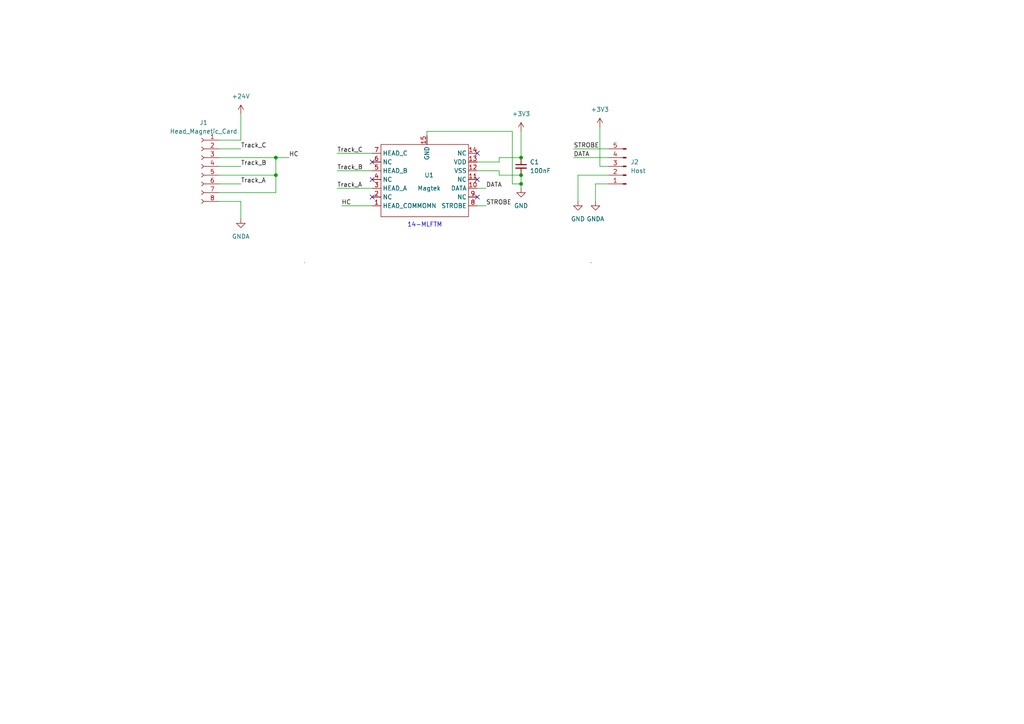
<source format=kicad_sch>
(kicad_sch (version 20211123) (generator eeschema)
  (paper "A4")
  (lib_symbols
    (symbol "Connector:Conn_01x05_Male" (pin_names (offset 1.016) hide)
      (property "Reference" "J" (at 0 7.62 0))
      (property "Value" "Conn_01x05_Male" (at 0 -7.62 0))
      (symbol "Conn_01x05_Male_1_1"
        (polyline (pts (xy 1.27 -5.08) (xy 0.8636 -5.08)) (stroke (width 0.1524)))
        (polyline (pts (xy 1.27 -2.54) (xy 0.8636 -2.54)) (stroke (width 0.1524)))
        (polyline (pts (xy 1.27 0) (xy 0.8636 0)) (stroke (width 0.1524)))
        (polyline (pts (xy 1.27 2.54) (xy 0.8636 2.54)) (stroke (width 0.1524)))
        (polyline (pts (xy 1.27 5.08) (xy 0.8636 5.08)) (stroke (width 0.1524)))
        (rectangle (start 0.8636 -4.953) (end 0 -5.207) (stroke (width 0.1524)) (fill (type outline)))
        (rectangle (start 0.8636 -2.413) (end 0 -2.667) (stroke (width 0.1524)) (fill (type outline)))
        (rectangle (start 0.8636 0.127) (end 0 -0.127) (stroke (width 0.1524)) (fill (type outline)))
        (rectangle (start 0.8636 2.667) (end 0 2.413) (stroke (width 0.1524)) (fill (type outline)))
        (rectangle (start 0.8636 5.207) (end 0 4.953) (stroke (width 0.1524)) (fill (type outline)))
        (pin passive line (at 5.08 5.08 180) (length 3.81) (name "Pin_1") (number "1"))
        (pin passive line (at 5.08 2.54 180) (length 3.81) (name "Pin_2") (number "2"))
        (pin passive line (at 5.08 0 180) (length 3.81) (name "Pin_3") (number "3"))
        (pin passive line (at 5.08 -2.54 180) (length 3.81) (name "Pin_4") (number "4"))
        (pin passive line (at 5.08 -5.08 180) (length 3.81) (name "Pin_5") (number "5"))
      )
    )
    (symbol "Connector:Conn_01x08_Female" (pin_names (offset 1.016) hide)
      (property "Reference" "J" (at 0 10.16 0))
      (property "Value" "Conn_01x08_Female" (at 0 -12.7 0))
      (symbol "Conn_01x08_Female_1_1"
        (arc (start 0 -9.652) (mid -0.508 -10.16) (end 0 -10.668) (stroke (width 0.1524)))
        (arc (start 0 -7.112) (mid -0.508 -7.62) (end 0 -8.128) (stroke (width 0.1524)))
        (arc (start 0 -4.572) (mid -0.508 -5.08) (end 0 -5.588) (stroke (width 0.1524)))
        (arc (start 0 -2.032) (mid -0.508 -2.54) (end 0 -3.048) (stroke (width 0.1524)))
        (polyline (pts (xy -1.27 -10.16) (xy -0.508 -10.16)) (stroke (width 0.1524)))
        (polyline (pts (xy -1.27 -7.62) (xy -0.508 -7.62)) (stroke (width 0.1524)))
        (polyline (pts (xy -1.27 -5.08) (xy -0.508 -5.08)) (stroke (width 0.1524)))
        (polyline (pts (xy -1.27 -2.54) (xy -0.508 -2.54)) (stroke (width 0.1524)))
        (polyline (pts (xy -1.27 0) (xy -0.508 0)) (stroke (width 0.1524)))
        (polyline (pts (xy -1.27 2.54) (xy -0.508 2.54)) (stroke (width 0.1524)))
        (polyline (pts (xy -1.27 5.08) (xy -0.508 5.08)) (stroke (width 0.1524)))
        (polyline (pts (xy -1.27 7.62) (xy -0.508 7.62)) (stroke (width 0.1524)))
        (arc (start 0 0.508) (mid -0.508 0) (end 0 -0.508) (stroke (width 0.1524)))
        (arc (start 0 3.048) (mid -0.508 2.54) (end 0 2.032) (stroke (width 0.1524)))
        (arc (start 0 5.588) (mid -0.508 5.08) (end 0 4.572) (stroke (width 0.1524)))
        (arc (start 0 8.128) (mid -0.508 7.62) (end 0 7.112) (stroke (width 0.1524)))
        (pin passive line (at -5.08 7.62 0) (length 3.81) (name "Pin_1") (number "1"))
        (pin passive line (at -5.08 5.08 0) (length 3.81) (name "Pin_2") (number "2"))
        (pin passive line (at -5.08 2.54 0) (length 3.81) (name "Pin_3") (number "3"))
        (pin passive line (at -5.08 0 0) (length 3.81) (name "Pin_4") (number "4"))
        (pin passive line (at -5.08 -2.54 0) (length 3.81) (name "Pin_5") (number "5"))
        (pin passive line (at -5.08 -5.08 0) (length 3.81) (name "Pin_6") (number "6"))
        (pin passive line (at -5.08 -7.62 0) (length 3.81) (name "Pin_7") (number "7"))
        (pin passive line (at -5.08 -10.16 0) (length 3.81) (name "Pin_8") (number "8"))
      )
    )
    (symbol "Device:C_Small" (pin_numbers hide) (pin_names (offset 0.254) hide)
      (property "Reference" "C" (at 0.254 1.778 0))
      (property "Value" "C_Small" (at 0.254 -2.032 0))
      (symbol "C_Small_0_1"
        (polyline (pts (xy -1.524 -0.508) (xy 1.524 -0.508)) (stroke (width 0.3302)))
        (polyline (pts (xy -1.524 0.508) (xy 1.524 0.508)) (stroke (width 0.3048)))
      )
      (symbol "C_Small_1_1"
        (pin passive line (at 0 2.54 270) (length 2.032) (name "~") (number "1"))
        (pin passive line (at 0 -2.54 90) (length 2.032) (name "~") (number "2"))
      )
    )
    (symbol "MB_Jon:Magtek"
      (property "Reference" "U" (at 0 -10.795 0))
      (property "Value" "Magtek" (at 0.635 -7.62 0))
      (symbol "Magtek_0_0"
        (rectangle (start -37.465 16.51) (end -37.465 16.51))
        (rectangle (start -37.465 16.51) (end -37.465 16.51))
        (rectangle (start -37.465 16.51) (end -37.465 16.51))
        (rectangle (start -37.465 16.51) (end -37.465 16.51))
        (polyline (pts (xy -37.465 16.51) (xy -37.465 16.51)) (fill (type outline)))
      )
      (symbol "Magtek_0_1"
        (rectangle (start -15.24 3.175) (end 10.16 -17.78))
        (rectangle (start 45.72 16.51) (end 45.72 16.51))
        (rectangle (start 45.72 16.51) (end 45.72 16.51))
        (rectangle (start 45.72 16.51) (end 45.72 16.51))
        (rectangle (start 45.72 16.51) (end 45.72 16.51))
        (rectangle (start 45.72 16.51) (end 45.72 16.51))
      )
      (symbol "Magtek_1_1"
        (pin input line (at -17.78 0 0) (length 2.54) (name "HEAD_COMMOMN") (number "1"))
        (pin input line (at 12.7 -5.08 180) (length 2.54) (name "DATA") (number "10"))
        (pin input line (at 12.7 -7.62 180) (length 2.54) (name "NC") (number "11"))
        (pin input line (at 12.7 -10.16 180) (length 2.54) (name "VSS") (number "12"))
        (pin input line (at 12.7 -12.7 180) (length 2.54) (name "VDD") (number "13"))
        (pin input line (at 12.7 -15.24 180) (length 2.54) (name "NC") (number "14"))
        (pin input line (at -1.905 -20.32 90) (length 2.54) (name "GND") (number "15"))
        (pin input line (at -17.78 -2.54 0) (length 2.54) (name "NC") (number "2"))
        (pin input line (at -17.78 -5.08 0) (length 2.54) (name "HEAD_A") (number "3"))
        (pin input line (at -17.78 -7.62 0) (length 2.54) (name "NC") (number "4"))
        (pin input line (at -17.78 -10.16 0) (length 2.54) (name "HEAD_B") (number "5"))
        (pin input line (at -17.78 -12.7 0) (length 2.54) (name "NC") (number "6"))
        (pin input line (at -17.78 -15.24 0) (length 2.54) (name "HEAD_C") (number "7"))
        (pin input line (at 12.7 0 180) (length 2.54) (name "STROBE") (number "8"))
        (pin input line (at 12.7 -2.54 180) (length 2.54) (name "NC") (number "9"))
      )
    )
    (symbol "power:+24V" (power) (pin_names (offset 0))
      (property "Value" "+24V" (at 0 3.556 0))
      (symbol "+24V_0_1"
        (polyline (pts (xy -0.762 1.27) (xy 0 2.54)))
        (polyline (pts (xy 0 0) (xy 0 2.54)))
        (polyline (pts (xy 0 2.54) (xy 0.762 1.27)))
      )
      (symbol "+24V_1_1"
        (pin power_in line (at 0 0 90) (length 0) hide (name "+24V") (number "1"))
      )
    )
    (symbol "power:+3V3" (power) (pin_names (offset 0))
      (property "Value" "+3V3" (at 0 3.556 0))
      (symbol "+3V3_0_1"
        (polyline (pts (xy -0.762 1.27) (xy 0 2.54)))
        (polyline (pts (xy 0 0) (xy 0 2.54)))
        (polyline (pts (xy 0 2.54) (xy 0.762 1.27)))
      )
      (symbol "+3V3_1_1"
        (pin power_in line (at 0 0 90) (length 0) hide (name "+3V3") (number "1"))
      )
    )
    (symbol "power:GND" (power) (pin_names (offset 0))
      (property "Value" "GND" (at 0 -3.81 0))
      (symbol "GND_0_1"
        (polyline (pts (xy 0 0) (xy 0 -1.27) (xy 1.27 -1.27) (xy 0 -2.54) (xy -1.27 -1.27) (xy 0 -1.27)))
      )
      (symbol "GND_1_1"
        (pin power_in line (at 0 0 270) (length 0) hide (name "GND") (number "1"))
      )
    )
    (symbol "power:GNDA" (power) (pin_names (offset 0))
      (property "Value" "GNDA" (at 0 -3.81 0))
      (symbol "GNDA_0_1"
        (polyline (pts (xy 0 0) (xy 0 -1.27) (xy 1.27 -1.27) (xy 0 -2.54) (xy -1.27 -1.27) (xy 0 -1.27)))
      )
      (symbol "GNDA_1_1"
        (pin power_in line (at 0 0 270) (length 0) hide (name "GNDA") (number "1"))
      )
    )
  )
  (junction (at 80.01 45.72))
  (junction (at 80.01 50.8))
  (junction (at 151.13 50.8))
  (junction (at 151.13 45.72))
  (junction (at 151.13 53.34))
  (no_connect (at 107.95 57.15))
  (no_connect (at 107.95 52.07))
  (no_connect (at 107.95 46.99))
  (no_connect (at 138.43 52.07))
  (no_connect (at 138.43 44.45))
  (no_connect (at 138.43 57.15))
  (wire (pts (xy 138.43 54.61) (xy 140.97 54.61)))
  (wire (pts (xy 172.72 53.34) (xy 176.53 53.34)))
  (wire (pts (xy 172.72 58.42) (xy 172.72 53.34)))
  (wire (pts (xy 151.13 53.34) (xy 151.13 54.61)))
  (wire (pts (xy 166.37 43.18) (xy 176.53 43.18)))
  (wire (pts (xy 63.5 43.18) (xy 69.85 43.18)))
  (wire (pts (xy 151.13 38.1) (xy 151.13 45.72)))
  (wire (pts (xy 97.79 49.53) (xy 107.95 49.53)))
  (wire (pts (xy 99.06 59.69) (xy 107.95 59.69)))
  (wire (pts (xy 144.78 50.8) (xy 151.13 50.8)))
  (wire (pts (xy 63.5 48.26) (xy 69.85 48.26)))
  (wire (pts (xy 167.64 50.8) (xy 176.53 50.8)))
  (wire (pts (xy 69.85 33.02) (xy 69.85 40.64)))
  (wire (pts (xy 123.825 39.37) (xy 123.825 38.1)))
  (wire (pts (xy 80.01 50.8) (xy 80.01 55.88)))
  (wire (pts (xy 176.53 48.26) (xy 173.99 48.26)))
  (wire (pts (xy 63.5 53.34) (xy 69.85 53.34)))
  (wire (pts (xy 97.79 44.45) (xy 107.95 44.45)))
  (wire (pts (xy 63.5 50.8) (xy 80.01 50.8)))
  (wire (pts (xy 80.01 45.72) (xy 83.82 45.72)))
  (wire (pts (xy 144.78 46.99) (xy 144.78 45.72)))
  (wire (pts (xy 138.43 46.99) (xy 144.78 46.99)))
  (wire (pts (xy 138.43 59.69) (xy 140.97 59.69)))
  (wire (pts (xy 97.79 54.61) (xy 107.95 54.61)))
  (wire (pts (xy 148.59 53.34) (xy 151.13 53.34)))
  (wire (pts (xy 151.13 50.8) (xy 151.13 53.34)))
  (wire (pts (xy 63.5 55.88) (xy 80.01 55.88)))
  (wire (pts (xy 144.78 45.72) (xy 151.13 45.72)))
  (wire (pts (xy 63.5 40.64) (xy 69.85 40.64)))
  (wire (pts (xy 166.37 45.72) (xy 176.53 45.72)))
  (wire (pts (xy 63.5 58.42) (xy 69.85 58.42)))
  (wire (pts (xy 144.78 49.53) (xy 144.78 50.8)))
  (wire (pts (xy 148.59 38.1) (xy 148.59 53.34)))
  (wire (pts (xy 173.99 36.83) (xy 173.99 48.26)))
  (wire (pts (xy 138.43 49.53) (xy 144.78 49.53)))
  (wire (pts (xy 123.825 38.1) (xy 148.59 38.1)))
  (wire (pts (xy 167.64 58.42) (xy 167.64 50.8)))
  (wire (pts (xy 63.5 45.72) (xy 80.01 45.72)))
  (wire (pts (xy 80.01 45.72) (xy 80.01 50.8)))
  (wire (pts (xy 69.85 58.42) (xy 69.85 63.5)))
  (text "14-MLFTM" (at 118.11 66.04 0) (effects (font (size 1.27 1.27)) (justify left bottom)))
  (label "STROBE" (at 166.37 43.18 0))
  (label "DATA" (at 140.97 54.61 0))
  (label "HC" (at 99.06 59.69 0))
  (label "Track_C" (at 97.79 44.45 0))
  (label "STROBE" (at 140.97 59.69 0))
  (label "Track_B" (at 97.79 49.53 0))
  (label "Track_C" (at 69.85 43.18 0))
  (label "Track_B" (at 69.85 48.26 0))
  (label "Track_A" (at 69.85 53.34 0))
  (label "Track_A" (at 97.79 54.61 0))
  (label "DATA" (at 166.37 45.72 0))
  (label "HC" (at 83.82 45.72 0))
  (symbol (lib_id "Device:C_Small") (at 151.13 48.26 0) (unit 1)
    (property "Reference" "C1" (at 153.67 46.9962 0) (effects (justify left)))
    (property "Value" "100nF" (at 153.67 49.5362 0) (effects (justify left)))
    (property "Footprint" "Capacitor_SMD:C_0603_1608Metric" (effects hide))
    (property "Manufacturer" "GMC10X7R104J6R3NT" (effects hide))
  )
  (symbol (lib_id "power:GND") (at 167.64 58.42 0) (unit 1)
    (property "Reference" "#PWR0103" (effects hide))
    (property "Value" "GND" (at 167.64 63.5 0))
  )
  (symbol (lib_id "power:GND") (at 151.13 54.61 0) (unit 1)
    (property "Reference" "#PWR0102" (effects hide))
    (property "Value" "GND" (at 151.13 59.69 0))
  )
  (symbol (lib_id "power:+3V3") (at 173.99 36.83 0) (unit 1)
    (property "Reference" "#PWR0104" (effects hide))
    (property "Value" "+3V3" (at 173.99 31.75 0))
  )
  (symbol (lib_id "power:GNDA") (at 172.72 58.42 0) (unit 1)
    (property "Reference" "#PWR0105" (effects hide))
    (property "Value" "GNDA" (at 172.72 63.5 0))
  )
  (symbol (lib_id "power:+24V") (at 69.85 33.02 0) (unit 1)
    (property "Reference" "#PWR0150" (effects hide))
    (property "Value" "+24V" (at 69.85 27.94 0))
  )
  (symbol (lib_id "MB_Jon:Magtek") (at 125.73 59.69 0) (mirror x) (unit 1)
    (property "Reference" "U1" (at 124.46 50.8 0))
    (property "Value" "Magtek" (at 124.46 54.61 0))
    (property "Footprint" "Lib_footprint:MagTrack" (effects hide))
  )
  (symbol (lib_id "Connector:Conn_01x08_Female") (at 58.42 48.26 0) (mirror y) (unit 1)
    (property "Reference" "J1" (at 59.055 35.56 0))
    (property "Value" "Head_Magnetic_Card" (at 59.055 38.1 0))
    (property "Footprint" "Connector_PinSocket_2.54mm:PinSocket_1x08_P2.54mm_Vertical" (effects hide))
    (property "Manufacturer" "PPTC081LFBN-RC" (effects hide))
  )
  (symbol (lib_id "power:+3V3") (at 151.13 38.1 0) (unit 1)
    (property "Reference" "#PWR0101" (effects hide))
    (property "Value" "+3V3" (at 151.13 33.02 0))
  )
  (symbol (lib_id "power:GNDA") (at 69.85 63.5 0) (unit 1)
    (property "Reference" "#PWR0106" (effects hide))
    (property "Value" "GNDA" (at 69.85 68.58 0))
  )
  (symbol (lib_id "Connector:Conn_01x05_Male") (at 181.61 48.26 180) (unit 1)
    (property "Reference" "J2" (at 182.88 46.9899 0) (effects (justify right)))
    (property "Value" "Host" (at 182.88 49.5299 0) (effects (justify right)))
    (property "Footprint" "Connector_PinSocket_2.54mm:PinSocket_1x05_P2.54mm_Vertical" (effects hide))
    (property "Manufacturer" "PPTC051LFBN-RC" (effects hide))
  )
)
</source>
